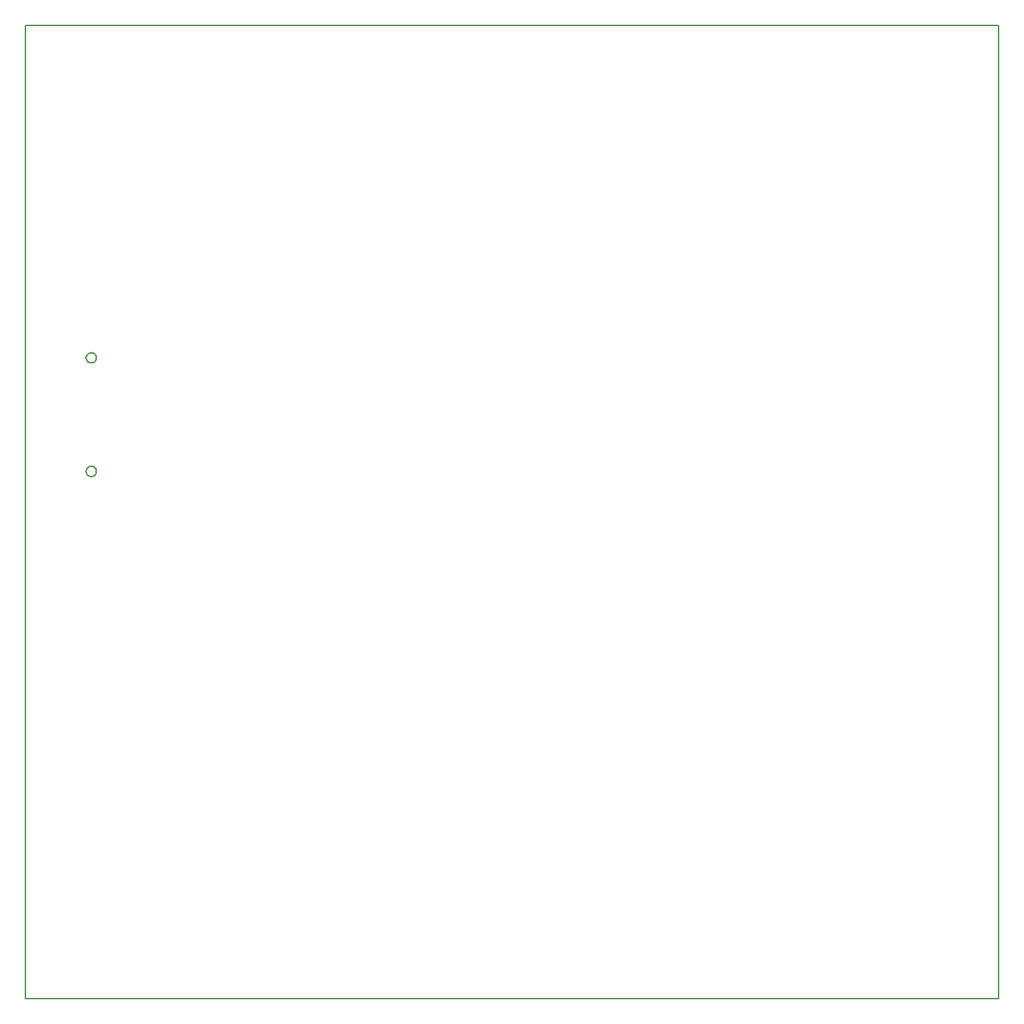
<source format=gbr>
G04 PROTEUS GERBER X2 FILE*
%TF.GenerationSoftware,Labcenter,Proteus,8.8-SP1-Build27031*%
%TF.CreationDate,2021-08-02T14:58:59+00:00*%
%TF.FileFunction,NonPlated,1,2,NPTH*%
%TF.FilePolarity,Positive*%
%TF.Part,Single*%
%TF.SameCoordinates,{c3ce3005-f07b-4d42-96ea-8d11783d6a5d}*%
%FSLAX45Y45*%
%MOMM*%
G01*
%TA.AperFunction,Profile*%
%ADD21C,0.203200*%
%TA.AperFunction,Slot*%
%ADD33C,0.203200*%
%TD.AperFunction*%
D21*
X-12754000Y-52000D02*
X-754000Y-52000D01*
X-754000Y+11948000D01*
X-12754000Y+11948000D01*
X-12754000Y-52000D01*
D33*
X-11875500Y+7850000D02*
X-11875717Y+7855247D01*
X-11877482Y+7865742D01*
X-11881174Y+7876237D01*
X-11887202Y+7886732D01*
X-11896424Y+7897112D01*
X-11906919Y+7904800D01*
X-11917414Y+7909718D01*
X-11927909Y+7912524D01*
X-11938404Y+7913497D01*
X-11939000Y+7913500D01*
X-12002500Y+7850000D02*
X-12002283Y+7855247D01*
X-12000518Y+7865742D01*
X-11996826Y+7876237D01*
X-11990798Y+7886732D01*
X-11981576Y+7897112D01*
X-11971081Y+7904800D01*
X-11960586Y+7909718D01*
X-11950091Y+7912524D01*
X-11939596Y+7913497D01*
X-11939000Y+7913500D01*
X-12002500Y+7850000D02*
X-12002283Y+7844753D01*
X-12000518Y+7834258D01*
X-11996826Y+7823763D01*
X-11990798Y+7813268D01*
X-11981576Y+7802888D01*
X-11971081Y+7795200D01*
X-11960586Y+7790282D01*
X-11950091Y+7787476D01*
X-11939596Y+7786503D01*
X-11939000Y+7786500D01*
X-11875500Y+7850000D02*
X-11875717Y+7844753D01*
X-11877482Y+7834258D01*
X-11881174Y+7823763D01*
X-11887202Y+7813268D01*
X-11896424Y+7802888D01*
X-11906919Y+7795200D01*
X-11917414Y+7790282D01*
X-11927909Y+7787476D01*
X-11938404Y+7786503D01*
X-11939000Y+7786500D01*
X-11875500Y+6450000D02*
X-11875717Y+6455247D01*
X-11877482Y+6465742D01*
X-11881174Y+6476237D01*
X-11887202Y+6486732D01*
X-11896424Y+6497112D01*
X-11906919Y+6504800D01*
X-11917414Y+6509718D01*
X-11927909Y+6512524D01*
X-11938404Y+6513497D01*
X-11939000Y+6513500D01*
X-12002500Y+6450000D02*
X-12002283Y+6455247D01*
X-12000518Y+6465742D01*
X-11996826Y+6476237D01*
X-11990798Y+6486732D01*
X-11981576Y+6497112D01*
X-11971081Y+6504800D01*
X-11960586Y+6509718D01*
X-11950091Y+6512524D01*
X-11939596Y+6513497D01*
X-11939000Y+6513500D01*
X-12002500Y+6450000D02*
X-12002283Y+6444753D01*
X-12000518Y+6434258D01*
X-11996826Y+6423763D01*
X-11990798Y+6413268D01*
X-11981576Y+6402888D01*
X-11971081Y+6395200D01*
X-11960586Y+6390282D01*
X-11950091Y+6387476D01*
X-11939596Y+6386503D01*
X-11939000Y+6386500D01*
X-11875500Y+6450000D02*
X-11875717Y+6444753D01*
X-11877482Y+6434258D01*
X-11881174Y+6423763D01*
X-11887202Y+6413268D01*
X-11896424Y+6402888D01*
X-11906919Y+6395200D01*
X-11917414Y+6390282D01*
X-11927909Y+6387476D01*
X-11938404Y+6386503D01*
X-11939000Y+6386500D01*
M02*

</source>
